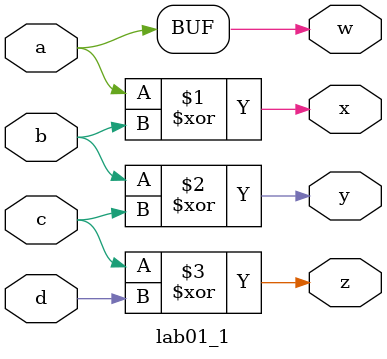
<source format=v>
`timescale 1ns / 1ps


module lab01_1(
    input a,
    input b,
    input c,
    input d,
    output w,
    output x,
    output y,
    output z
    );
    
assign w = a;
assign x = a^b;
assign y = b^c;
assign z = c^d;

endmodule

</source>
